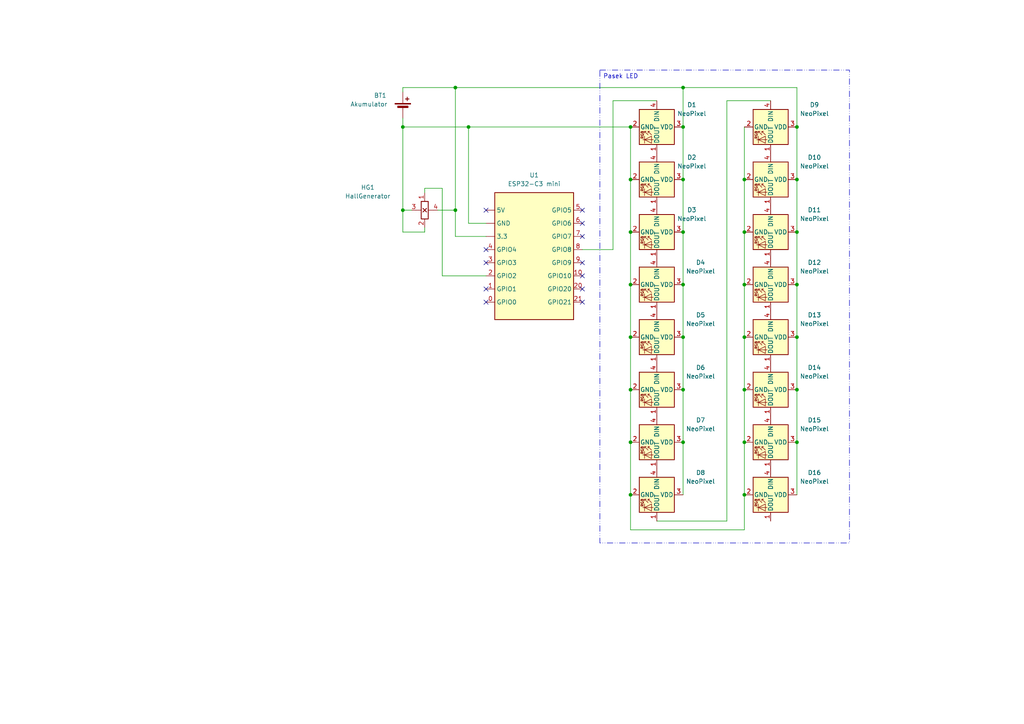
<source format=kicad_sch>
(kicad_sch (version 20250114) (generator "eeschema") (generator_version "9.0")
  (paper "A4")
  (lib_symbols
    (symbol "Device:Battery_Cell" (pin_numbers (hide yes)) (pin_names (offset 0) (hide yes))
      (property "Reference" "BT" (at 2.54 2.54 0))
      (property "Value" "Battery_Cell" (at 2.54 0 0))
      (symbol "Battery_Cell_0_1"
        (rectangle (start -2.286 1.778) (end 2.286 1.524) (fill (type outline)))
        (rectangle (start -1.524 1.016) (end 1.524 0.508) (fill (type outline)))
        (polyline (pts (xy 0 1.778) (xy 0 2.54)))
        (polyline (pts (xy 0 0.762) (xy 0 0)))
        (polyline (pts (xy 0.762 3.048) (xy 1.778 3.048)) (stroke (width 0.254)))
        (polyline (pts (xy 1.27 3.556) (xy 1.27 2.54)) (stroke (width 0.254)))
      )
      (symbol "Battery_Cell_1_1"
        (pin passive line (at 0 5.08 270) (length 2.54) (name "+") (number "1"))
        (pin passive line (at 0 -2.54 90) (length 2.54) (name "-") (number "2"))
      )
    )
    (symbol "Device:HallGenerator" (pin_names (offset 0) (hide yes))
      (property "Reference" "HG" (at 2.54 4.445 0))
      (property "Value" "HallGenerator" (at 2.54 2.54 0))
      (symbol "HallGenerator_0_1"
        (rectangle (start -1.016 2.54) (end 1.016 -2.54) (stroke (width 0.254)))
        (polyline (pts (xy -1.016 0) (xy -2.54 0)))
        (polyline (pts (xy -0.508 0.508) (xy 0.508 -0.508)) (stroke (width 0.254)))
        (polyline (pts (xy -0.508 -0.508) (xy 0.508 0.508)) (stroke (width 0.254)))
        (polyline (pts (xy 1.016 0) (xy 2.54 0)))
      )
      (symbol "HallGenerator_1_1"
        (pin passive line (at -3.81 0 0) (length 1.27) (name "UH1") (number "3"))
        (pin passive line (at 0 5.08 270) (length 2.54) (name "U1") (number "1"))
        (pin passive line (at 0 -5.08 90) (length 2.54) (name "U2") (number "2"))
        (pin passive line (at 3.81 0 180) (length 1.27) (name "UH2") (number "4"))
      )
    )
    (symbol "LED:NeoPixel_THT" (pin_names (offset 0.254))
      (property "Reference" "D" (at 5.08 5.715 0))
      (property "Value" "NeoPixel_THT" (at 1.27 -5.715 0))
      (symbol "NeoPixel_THT_0_0"
        (text "RGB" (at 2.286 -4.191 0) (effects (font (size 0.762 0.762))))
      )
      (symbol "NeoPixel_THT_0_1"
        (polyline (pts (xy 1.27 -2.54) (xy 1.778 -2.54)))
        (polyline (pts (xy 1.27 -3.556) (xy 1.778 -3.556)))
        (polyline (pts (xy 2.286 -1.524) (xy 1.27 -2.54) (xy 1.27 -2.032)))
        (polyline (pts (xy 2.286 -2.54) (xy 1.27 -3.556) (xy 1.27 -3.048)))
        (polyline (pts (xy 3.683 -1.016) (xy 3.683 -3.556) (xy 3.683 -4.064)))
        (polyline (pts (xy 4.699 -1.524) (xy 2.667 -1.524) (xy 3.683 -3.556) (xy 4.699 -1.524)))
        (polyline (pts (xy 4.699 -3.556) (xy 2.667 -3.556)))
        (rectangle (start 5.08 5.08) (end -5.08 -5.08) (stroke (width 0.254)) (fill (type background)))
      )
      (symbol "NeoPixel_THT_1_1"
        (pin input line (at -7.62 0 0) (length 2.54) (name "DIN") (number "4"))
        (pin power_in line (at 0 7.62 270) (length 2.54) (name "VDD") (number "3"))
        (pin power_in line (at 0 -7.62 90) (length 2.54) (name "GND") (number "2"))
        (pin output line (at 7.62 0 180) (length 2.54) (name "DOUT") (number "1"))
      )
    )
    (symbol "MCU_Espressif:ESP32-C3"
      (property "Reference" "U1" (at 7.62 27.94 0))
      (property "Value" "ESP32-C3 mini" (at 7.62 25.4 0))
      (symbol "ESP32-C3_1_1"
        (rectangle (start -3.81 22.86) (end 19.05 -13.97) (stroke (width 0.254)) (fill (type background)))
        (pin passive line (at -10.16 25.4 270) (length 2.54) (hide yes) (name "VDD3P3") (number "3"))
        (pin power_in line (at -6.35 17.78 0) (length 2.54) (name "5V") (number ""))
        (pin power_in line (at -6.35 13.97 0) (length 2.54) (name "GND") (number ""))
        (pin power_in line (at -6.35 10.16 0) (length 2.54) (name "3.3") (number ""))
        (pin bidirectional line (at -6.35 6.35 0) (length 2.54) (name "GPIO4") (number "4"))
        (pin bidirectional line (at -6.35 2.54 0) (length 2.54) (name "GPIO3") (number "3"))
        (pin bidirectional line (at -6.35 -1.27 0) (length 2.54) (name "GPIO2") (number "2"))
        (pin bidirectional line (at -6.35 -5.08 0) (length 2.54) (name "GPIO1") (number "1"))
        (pin bidirectional line (at -6.35 -8.89 0) (length 2.54) (name "GPIO0") (number "0"))
        (pin bidirectional line (at 21.59 17.78 180) (length 2.54) (name "GPIO5") (number "5"))
        (pin bidirectional line (at 21.59 13.97 180) (length 2.54) (name "GPIO6") (number "6"))
        (pin bidirectional line (at 21.59 10.16 180) (length 2.54) (name "GPIO7") (number "7"))
        (pin bidirectional line (at 21.59 6.35 180) (length 2.54) (name "GPIO8") (number "8"))
        (pin bidirectional line (at 21.59 2.54 180) (length 2.54) (name "GPIO9") (number "9"))
        (pin bidirectional line (at 21.59 -1.27 180) (length 2.54) (name "GPIO10") (number "10"))
        (pin bidirectional line (at 21.59 -5.08 180) (length 2.54) (name "GPIO20") (number "20"))
        (pin bidirectional line (at 21.59 -8.89 180) (length 2.54) (name "GPIO21") (number "21"))
      )
    )
  )
  (text_box "Pasek LED\n" (at 173.99 20.32 0) (size 72.39 137.16) (margins 0.9525 0.9525 0.9525 0.9525) (stroke (width 0) (type dash_dot_dot)) (effects (font (size 1.27 1.27)) (justify left top)))
  (junction (at 231.14 52.07))
  (junction (at 231.14 36.83))
  (junction (at 215.9 67.31))
  (junction (at 135.89 36.83))
  (junction (at 215.9 97.79))
  (junction (at 231.14 128.27))
  (junction (at 198.12 113.03))
  (junction (at 182.88 143.51))
  (junction (at 198.12 67.31))
  (junction (at 215.9 113.03))
  (junction (at 231.14 113.03))
  (junction (at 116.84 36.83))
  (junction (at 182.88 97.79))
  (junction (at 198.12 128.27))
  (junction (at 132.08 60.96))
  (junction (at 116.84 60.96))
  (junction (at 215.9 143.51))
  (junction (at 198.12 25.4))
  (junction (at 231.14 82.55))
  (junction (at 132.08 25.4))
  (junction (at 182.88 113.03))
  (junction (at 198.12 82.55))
  (junction (at 182.88 52.07))
  (junction (at 215.9 82.55))
  (junction (at 231.14 97.79))
  (junction (at 182.88 36.83))
  (junction (at 198.12 97.79))
  (junction (at 182.88 82.55))
  (junction (at 215.9 52.07))
  (junction (at 182.88 67.31))
  (junction (at 231.14 67.31))
  (junction (at 198.12 36.83))
  (junction (at 182.88 128.27))
  (junction (at 215.9 128.27))
  (junction (at 198.12 52.07))
  (no_connect (at 140.97 60.96))
  (no_connect (at 168.91 87.63))
  (no_connect (at 168.91 60.96))
  (no_connect (at 140.97 76.2))
  (no_connect (at 168.91 83.82))
  (no_connect (at 168.91 80.01))
  (no_connect (at 140.97 72.39))
  (no_connect (at 168.91 76.2))
  (no_connect (at 140.97 87.63))
  (no_connect (at 168.91 64.77))
  (no_connect (at 140.97 83.82))
  (no_connect (at 168.91 68.58))
  (wire (pts (xy 123.19 66.04) (xy 123.19 67.31)))
  (wire (pts (xy 198.12 36.83) (xy 198.12 52.07)))
  (wire (pts (xy 135.89 64.77) (xy 135.89 36.83)))
  (wire (pts (xy 231.14 52.07) (xy 231.14 67.31)))
  (wire (pts (xy 198.12 82.55) (xy 198.12 97.79)))
  (wire (pts (xy 231.14 25.4) (xy 231.14 36.83)))
  (wire (pts (xy 182.88 113.03) (xy 182.88 128.27)))
  (wire (pts (xy 182.88 128.27) (xy 182.88 143.51)))
  (wire (pts (xy 168.91 72.39) (xy 177.8 72.39)))
  (wire (pts (xy 182.88 143.51) (xy 182.88 153.67)))
  (wire (pts (xy 182.88 67.31) (xy 182.88 82.55)))
  (wire (pts (xy 132.08 60.96) (xy 132.08 68.58)))
  (wire (pts (xy 215.9 153.67) (xy 182.88 153.67)))
  (wire (pts (xy 116.84 60.96) (xy 116.84 67.31)))
  (wire (pts (xy 215.9 143.51) (xy 215.9 153.67)))
  (wire (pts (xy 198.12 25.4) (xy 231.14 25.4)))
  (wire (pts (xy 215.9 97.79) (xy 215.9 113.03)))
  (wire (pts (xy 128.27 80.01) (xy 140.97 80.01)))
  (wire (pts (xy 177.8 29.21) (xy 190.5 29.21)))
  (wire (pts (xy 128.27 54.61) (xy 123.19 54.61)))
  (wire (pts (xy 215.9 52.07) (xy 215.9 67.31)))
  (wire (pts (xy 190.5 151.13) (xy 210.82 151.13)))
  (wire (pts (xy 116.84 25.4) (xy 132.08 25.4)))
  (wire (pts (xy 210.82 29.21) (xy 223.52 29.21)))
  (wire (pts (xy 198.12 67.31) (xy 198.12 82.55)))
  (wire (pts (xy 215.9 36.83) (xy 215.9 52.07)))
  (wire (pts (xy 116.84 67.31) (xy 123.19 67.31)))
  (wire (pts (xy 123.19 54.61) (xy 123.19 55.88)))
  (wire (pts (xy 210.82 151.13) (xy 210.82 29.21)))
  (wire (pts (xy 132.08 25.4) (xy 132.08 60.96)))
  (wire (pts (xy 182.88 52.07) (xy 182.88 67.31)))
  (wire (pts (xy 198.12 52.07) (xy 198.12 67.31)))
  (wire (pts (xy 215.9 67.31) (xy 215.9 82.55)))
  (wire (pts (xy 198.12 128.27) (xy 198.12 143.51)))
  (wire (pts (xy 215.9 128.27) (xy 215.9 143.51)))
  (wire (pts (xy 231.14 113.03) (xy 231.14 128.27)))
  (wire (pts (xy 116.84 26.67) (xy 116.84 25.4)))
  (wire (pts (xy 231.14 82.55) (xy 231.14 97.79)))
  (wire (pts (xy 182.88 97.79) (xy 182.88 113.03)))
  (wire (pts (xy 127 60.96) (xy 132.08 60.96)))
  (wire (pts (xy 198.12 25.4) (xy 198.12 36.83)))
  (wire (pts (xy 198.12 97.79) (xy 198.12 113.03)))
  (wire (pts (xy 128.27 54.61) (xy 128.27 80.01)))
  (wire (pts (xy 231.14 128.27) (xy 231.14 143.51)))
  (wire (pts (xy 177.8 72.39) (xy 177.8 29.21)))
  (wire (pts (xy 215.9 82.55) (xy 215.9 97.79)))
  (wire (pts (xy 116.84 34.29) (xy 116.84 36.83)))
  (wire (pts (xy 116.84 60.96) (xy 119.38 60.96)))
  (wire (pts (xy 140.97 68.58) (xy 132.08 68.58)))
  (wire (pts (xy 231.14 36.83) (xy 231.14 52.07)))
  (wire (pts (xy 215.9 113.03) (xy 215.9 128.27)))
  (wire (pts (xy 182.88 36.83) (xy 182.88 52.07)))
  (wire (pts (xy 116.84 36.83) (xy 135.89 36.83)))
  (wire (pts (xy 132.08 25.4) (xy 198.12 25.4)))
  (wire (pts (xy 182.88 82.55) (xy 182.88 97.79)))
  (wire (pts (xy 116.84 36.83) (xy 116.84 60.96)))
  (wire (pts (xy 140.97 64.77) (xy 135.89 64.77)))
  (wire (pts (xy 135.89 36.83) (xy 182.88 36.83)))
  (wire (pts (xy 198.12 113.03) (xy 198.12 128.27)))
  (wire (pts (xy 231.14 67.31) (xy 231.14 82.55)))
  (wire (pts (xy 231.14 97.79) (xy 231.14 113.03)))
  (symbol (lib_id "LED:NeoPixel_THT") (at 190.5 97.79 270) (unit 1)
    (property "Reference" "D5" (at 203.2 91.3698 90))
    (property "Value" "NeoPixel" (at 203.2 93.9098 90))
    (property "Datasheet" "https://www.adafruit.com/product/1938" (effects (hide yes)))
    (property "Description" "RGB LED with integrated controller, 5mm/8mm LED package" (effects (hide yes)))
  )
  (symbol (lib_id "LED:NeoPixel_THT") (at 223.52 52.07 270) (unit 1)
    (property "Reference" "D10" (at 236.22 45.6498 90))
    (property "Value" "NeoPixel" (at 236.22 48.1898 90))
    (property "Datasheet" "https://www.adafruit.com/product/1938" (effects (hide yes)))
    (property "Description" "RGB LED with integrated controller, 5mm/8mm LED package" (effects (hide yes)))
  )
  (symbol (lib_id "LED:NeoPixel_THT") (at 223.52 36.83 270) (unit 1)
    (property "Reference" "D9" (at 236.22 30.4098 90))
    (property "Value" "NeoPixel" (at 236.22 32.9498 90))
    (property "Datasheet" "https://www.adafruit.com/product/1938" (effects (hide yes)))
    (property "Description" "RGB LED with integrated controller, 5mm/8mm LED package" (effects (hide yes)))
  )
  (symbol (lib_id "LED:NeoPixel_THT") (at 190.5 143.51 270) (unit 1)
    (property "Reference" "D8" (at 203.2 137.0898 90))
    (property "Value" "NeoPixel" (at 203.2 139.6298 90))
    (property "Datasheet" "https://www.adafruit.com/product/1938" (effects (hide yes)))
    (property "Description" "RGB LED with integrated controller, 5mm/8mm LED package" (effects (hide yes)))
  )
  (symbol (lib_id "LED:NeoPixel_THT") (at 223.52 128.27 270) (unit 1)
    (property "Reference" "D15" (at 236.22 121.8498 90))
    (property "Value" "NeoPixel" (at 236.22 124.3898 90))
    (property "Datasheet" "https://www.adafruit.com/product/1938" (effects (hide yes)))
    (property "Description" "RGB LED with integrated controller, 5mm/8mm LED package" (effects (hide yes)))
  )
  (symbol (lib_id "Device:HallGenerator") (at 123.19 60.96 0) (unit 1)
    (property "Reference" "HG1" (at 106.68 54.356 0))
    (property "Value" "HallGenerator" (at 106.68 56.896 0))
    (property "Description" "Hall effect generator" (effects (hide yes)))
  )
  (symbol (lib_id "LED:NeoPixel_THT") (at 190.5 128.27 270) (unit 1)
    (property "Reference" "D7" (at 203.2 121.8498 90))
    (property "Value" "NeoPixel" (at 203.2 124.3898 90))
    (property "Datasheet" "https://www.adafruit.com/product/1938" (effects (hide yes)))
    (property "Description" "RGB LED with integrated controller, 5mm/8mm LED package" (effects (hide yes)))
  )
  (symbol (lib_id "LED:NeoPixel_THT") (at 190.5 52.07 270) (unit 1)
    (property "Reference" "D2" (at 200.66 45.6498 90))
    (property "Value" "NeoPixel" (at 200.66 48.1898 90))
    (property "Datasheet" "https://www.adafruit.com/product/1938" (effects (hide yes)))
    (property "Description" "RGB LED with integrated controller, 5mm/8mm LED package" (effects (hide yes)))
  )
  (symbol (lib_id "LED:NeoPixel_THT") (at 223.52 67.31 270) (unit 1)
    (property "Reference" "D11" (at 236.22 60.8898 90))
    (property "Value" "NeoPixel" (at 236.22 63.4298 90))
    (property "Datasheet" "https://www.adafruit.com/product/1938" (effects (hide yes)))
    (property "Description" "RGB LED with integrated controller, 5mm/8mm LED package" (effects (hide yes)))
  )
  (symbol (lib_id "LED:NeoPixel_THT") (at 190.5 113.03 270) (unit 1)
    (property "Reference" "D6" (at 203.2 106.6098 90))
    (property "Value" "NeoPixel" (at 203.2 109.1498 90))
    (property "Datasheet" "https://www.adafruit.com/product/1938" (effects (hide yes)))
    (property "Description" "RGB LED with integrated controller, 5mm/8mm LED package" (effects (hide yes)))
  )
  (symbol (lib_id "MCU_Espressif:ESP32-C3") (at 147.32 78.74 0) (unit 1)
    (property "Reference" "U1" (at 154.94 50.8 0))
    (property "Value" "ESP32-C3 mini" (at 154.94 53.34 0))
    (property "Footprint" "Package_DFN_QFN:QFN-32-1EP_5x5mm_P0.5mm_EP3.7x3.7mm" (effects (hide yes)))
    (property "Datasheet" "https://www.espressif.com/sites/default/files/documentation/esp32-c3_datasheet_en.pdf" (effects (hide yes)))
    (property "Description" "RF Module, ESP32 SoC, RISC-V, WiFi 802.11b/n/g, Bluetooth LE 5, QFN32" (effects (hide yes)))
  )
  (symbol (lib_id "LED:NeoPixel_THT") (at 190.5 82.55 270) (unit 1)
    (property "Reference" "D4" (at 203.2 76.1298 90))
    (property "Value" "NeoPixel" (at 203.2 78.6698 90))
    (property "Datasheet" "https://www.adafruit.com/product/1938" (effects (hide yes)))
    (property "Description" "RGB LED with integrated controller, 5mm/8mm LED package" (effects (hide yes)))
  )
  (symbol (lib_id "LED:NeoPixel_THT") (at 190.5 36.83 270) (unit 1)
    (property "Reference" "D1" (at 200.66 30.4098 90))
    (property "Value" "NeoPixel" (at 200.66 32.9498 90))
    (property "Datasheet" "https://www.adafruit.com/product/1938" (effects (hide yes)))
    (property "Description" "RGB LED with integrated controller, 5mm/8mm LED package" (effects (hide yes)))
  )
  (symbol (lib_id "LED:NeoPixel_THT") (at 223.52 113.03 270) (unit 1)
    (property "Reference" "D14" (at 236.22 106.6098 90))
    (property "Value" "NeoPixel" (at 236.22 109.1498 90))
    (property "Datasheet" "https://www.adafruit.com/product/1938" (effects (hide yes)))
    (property "Description" "RGB LED with integrated controller, 5mm/8mm LED package" (effects (hide yes)))
  )
  (symbol (lib_id "LED:NeoPixel_THT") (at 223.52 82.55 270) (unit 1)
    (property "Reference" "D12" (at 236.22 76.1298 90))
    (property "Value" "NeoPixel" (at 236.22 78.6698 90))
    (property "Datasheet" "https://www.adafruit.com/product/1938" (effects (hide yes)))
    (property "Description" "RGB LED with integrated controller, 5mm/8mm LED package" (effects (hide yes)))
  )
  (symbol (lib_id "LED:NeoPixel_THT") (at 190.5 67.31 270) (unit 1)
    (property "Reference" "D3" (at 200.66 60.8898 90))
    (property "Value" "NeoPixel" (at 200.66 63.4298 90))
    (property "Datasheet" "https://www.adafruit.com/product/1938" (effects (hide yes)))
    (property "Description" "RGB LED with integrated controller, 5mm/8mm LED package" (effects (hide yes)))
  )
  (symbol (lib_id "LED:NeoPixel_THT") (at 223.52 97.79 270) (unit 1)
    (property "Reference" "D13" (at 236.22 91.3698 90))
    (property "Value" "NeoPixel" (at 236.22 93.9098 90))
    (property "Datasheet" "https://www.adafruit.com/product/1938" (effects (hide yes)))
    (property "Description" "RGB LED with integrated controller, 5mm/8mm LED package" (effects (hide yes)))
  )
  (symbol (lib_id "Device:Battery_Cell") (at 116.84 31.75 0) (unit 1)
    (property "Reference" "BT1" (at 108.458 27.686 0) (effects (justify left)))
    (property "Value" "Akumulator" (at 101.6 30.226 0) (effects (justify left)))
    (property "Description" "Single-cell battery" (effects (hide yes)))
  )
  (symbol (lib_id "LED:NeoPixel_THT") (at 223.52 143.51 270) (unit 1)
    (property "Reference" "D16" (at 236.22 137.0898 90))
    (property "Value" "NeoPixel" (at 236.22 139.6298 90))
    (property "Datasheet" "https://www.adafruit.com/product/1938" (effects (hide yes)))
    (property "Description" "RGB LED with integrated controller, 5mm/8mm LED package" (effects (hide yes)))
  )
)
</source>
